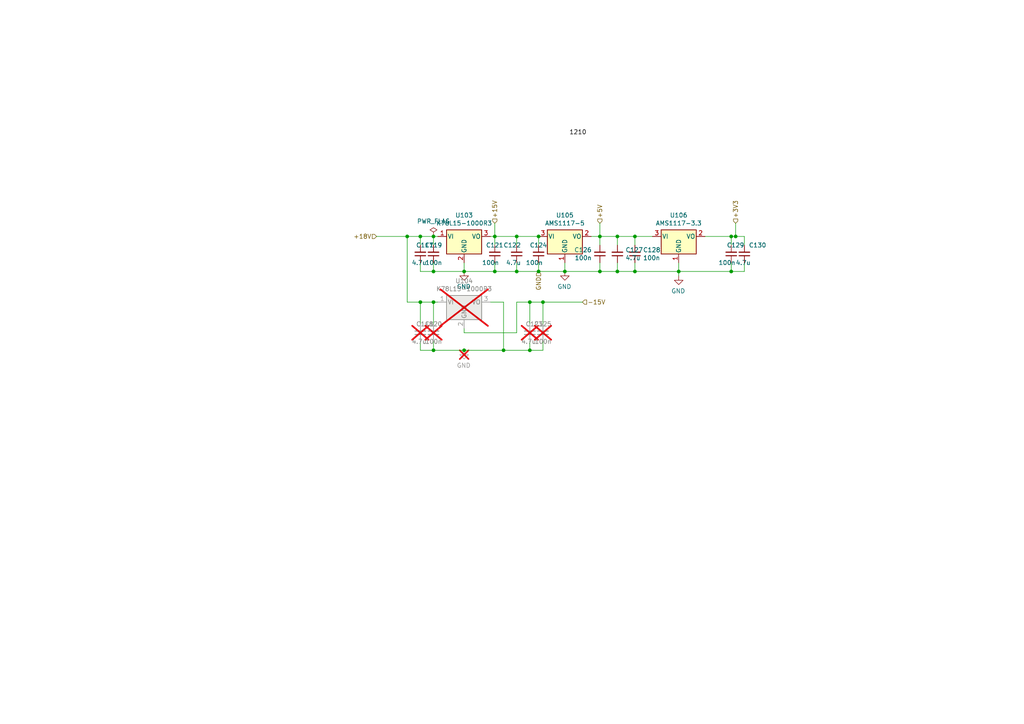
<source format=kicad_sch>
(kicad_sch (version 20231120) (generator "eeschema") (generator_version "8.0")
  (paper "A4")
  (lib_symbols
    (symbol "Device:C_Small" (pin_numbers hide) (pin_names (offset 0.254) hide)
      (property "Reference" "C" (at 0.254 1.778 0))
      (property "Value" "C_Small" (at 0.254 -2.032 0))
      (symbol "C_Small_0_1"
        (polyline (pts (xy -1.524 -0.508) (xy 1.524 -0.508)) (stroke (width 0.3302)))
        (polyline (pts (xy -1.524 0.508) (xy 1.524 0.508)) (stroke (width 0.3048)))
      )
      (symbol "C_Small_1_1"
        (pin passive line (at 0 2.54 270) (length 2.032) (name "~") (number "1"))
        (pin passive line (at 0 -2.54 90) (length 2.032) (name "~") (number "2"))
      )
    )
    (symbol "Regulator_Linear:AP1117-15" (pin_names (offset 0.254))
      (property "Reference" "U" (at -3.81 3.175 0))
      (property "Value" "AP1117-15" (at 0 3.175 0))
      (symbol "AP1117-15_0_1"
        (rectangle (start -5.08 -5.08) (end 5.08 1.905) (stroke (width 0.254)) (fill (type background)))
      )
      (symbol "AP1117-15_1_1"
        (pin power_in line (at 0 -7.62 90) (length 2.54) (name "GND") (number "1"))
        (pin power_out line (at 7.62 0 180) (length 2.54) (name "VO") (number "2"))
        (pin power_in line (at -7.62 0 0) (length 2.54) (name "VI") (number "3"))
      )
    )
    (symbol "Regulator_Linear:LM7805_TO220" (pin_names (offset 0.254))
      (property "Reference" "U" (at -3.81 3.175 0))
      (property "Value" "LM7805_TO220" (at 0 3.175 0))
      (symbol "LM7805_TO220_0_1"
        (rectangle (start -5.08 1.905) (end 5.08 -5.08) (stroke (width 0.254)) (fill (type background)))
      )
      (symbol "LM7805_TO220_1_1"
        (pin power_in line (at -7.62 0 0) (length 2.54) (name "VI") (number "1"))
        (pin power_in line (at 0 -7.62 90) (length 2.54) (name "GND") (number "2"))
        (pin power_out line (at 7.62 0 180) (length 2.54) (name "VO") (number "3"))
      )
    )
    (symbol "power:GND" (power) (pin_names (offset 0))
      (property "Value" "GND" (at 0 -3.81 0))
      (symbol "GND_0_1"
        (polyline (pts (xy 0 0) (xy 0 -1.27) (xy 1.27 -1.27) (xy 0 -2.54) (xy -1.27 -1.27) (xy 0 -1.27)))
      )
      (symbol "GND_1_1"
        (pin power_in line (at 0 0 270) (length 0) hide (name "GND") (number "1"))
      )
    )
    (symbol "power:PWR_FLAG" (power) (pin_numbers hide) (pin_names (offset 0) hide)
      (property "Value" "PWR_FLAG" (at 0 3.81 0))
      (symbol "PWR_FLAG_0_0"
        (pin power_out line (at 0 0 90) (length 0) (name "pwr") (number "1"))
      )
      (symbol "PWR_FLAG_0_1"
        (polyline (pts (xy 0 0) (xy 0 1.27) (xy -1.016 1.905) (xy 0 2.54) (xy 1.016 1.905) (xy 0 1.27)))
      )
    )
  )
  (junction (at 156.21 78.74))
  (junction (at 184.15 68.58))
  (junction (at 184.15 78.74))
  (junction (at 156.21 68.58))
  (junction (at 143.51 68.58))
  (junction (at 125.73 87.63))
  (junction (at 121.92 87.63))
  (junction (at 212.09 68.58))
  (junction (at 173.99 78.74))
  (junction (at 212.09 78.74))
  (junction (at 213.36 68.58))
  (junction (at 163.83 78.74))
  (junction (at 134.62 78.74))
  (junction (at 153.67 101.6))
  (junction (at 146.05 101.6))
  (junction (at 179.07 78.74))
  (junction (at 125.73 68.58))
  (junction (at 196.85 78.74))
  (junction (at 134.62 101.6))
  (junction (at 173.99 68.58))
  (junction (at 125.73 78.74))
  (junction (at 121.92 68.58))
  (junction (at 153.67 87.63))
  (junction (at 179.07 68.58))
  (junction (at 149.86 68.58))
  (junction (at 149.86 78.74))
  (junction (at 157.48 87.63))
  (junction (at 143.51 78.74))
  (junction (at 125.73 101.6))
  (junction (at 118.11 68.58))
  (wire (pts (xy 184.15 68.58) (xy 179.07 68.58)))
  (wire (pts (xy 213.36 68.58) (xy 212.09 68.58)))
  (wire (pts (xy 121.92 68.58) (xy 118.11 68.58)))
  (wire (pts (xy 149.86 96.52) (xy 149.86 87.63)))
  (wire (pts (xy 157.48 87.63) (xy 168.91 87.63)))
  (wire (pts (xy 173.99 71.12) (xy 173.99 68.58)))
  (wire (pts (xy 125.73 78.74) (xy 134.62 78.74)))
  (wire (pts (xy 153.67 87.63) (xy 153.67 93.98)))
  (wire (pts (xy 156.21 76.2) (xy 156.21 78.74)))
  (wire (pts (xy 196.85 78.74) (xy 212.09 78.74)))
  (wire (pts (xy 121.92 87.63) (xy 121.92 93.98)))
  (wire (pts (xy 143.51 71.12) (xy 143.51 68.58)))
  (wire (pts (xy 142.24 87.63) (xy 146.05 87.63)))
  (wire (pts (xy 196.85 78.74) (xy 196.85 76.2)))
  (wire (pts (xy 173.99 64.77) (xy 173.99 68.58)))
  (wire (pts (xy 184.15 78.74) (xy 179.07 78.74)))
  (wire (pts (xy 125.73 71.12) (xy 125.73 68.58)))
  (wire (pts (xy 149.86 78.74) (xy 156.21 78.74)))
  (wire (pts (xy 125.73 101.6) (xy 134.62 101.6)))
  (wire (pts (xy 215.9 76.2) (xy 215.9 78.74)))
  (wire (pts (xy 125.73 68.58) (xy 121.92 68.58)))
  (wire (pts (xy 121.92 78.74) (xy 121.92 76.2)))
  (wire (pts (xy 149.86 78.74) (xy 143.51 78.74)))
  (wire (pts (xy 121.92 99.06) (xy 121.92 101.6)))
  (wire (pts (xy 184.15 71.12) (xy 184.15 68.58)))
  (wire (pts (xy 146.05 101.6) (xy 134.62 101.6)))
  (wire (pts (xy 134.62 96.52) (xy 134.62 95.25)))
  (wire (pts (xy 125.73 87.63) (xy 127 87.63)))
  (wire (pts (xy 173.99 76.2) (xy 173.99 78.74)))
  (wire (pts (xy 143.51 78.74) (xy 134.62 78.74)))
  (wire (pts (xy 118.11 87.63) (xy 121.92 87.63)))
  (wire (pts (xy 125.73 76.2) (xy 125.73 78.74)))
  (wire (pts (xy 171.45 68.58) (xy 173.99 68.58)))
  (wire (pts (xy 179.07 78.74) (xy 173.99 78.74)))
  (wire (pts (xy 157.48 87.63) (xy 157.48 93.98)))
  (wire (pts (xy 143.51 64.77) (xy 143.51 68.58)))
  (wire (pts (xy 157.48 99.06) (xy 157.48 101.6)))
  (wire (pts (xy 149.86 87.63) (xy 153.67 87.63)))
  (wire (pts (xy 215.9 78.74) (xy 212.09 78.74)))
  (wire (pts (xy 212.09 71.12) (xy 212.09 68.58)))
  (wire (pts (xy 149.86 71.12) (xy 149.86 68.58)))
  (wire (pts (xy 212.09 78.74) (xy 212.09 76.2)))
  (wire (pts (xy 179.07 68.58) (xy 173.99 68.58)))
  (wire (pts (xy 189.23 68.58) (xy 184.15 68.58)))
  (wire (pts (xy 184.15 76.2) (xy 184.15 78.74)))
  (wire (pts (xy 143.51 68.58) (xy 142.24 68.58)))
  (wire (pts (xy 149.86 76.2) (xy 149.86 78.74)))
  (wire (pts (xy 149.86 68.58) (xy 143.51 68.58)))
  (wire (pts (xy 196.85 78.74) (xy 184.15 78.74)))
  (wire (pts (xy 157.48 101.6) (xy 153.67 101.6)))
  (wire (pts (xy 134.62 96.52) (xy 149.86 96.52)))
  (wire (pts (xy 215.9 68.58) (xy 213.36 68.58)))
  (wire (pts (xy 156.21 78.74) (xy 163.83 78.74)))
  (wire (pts (xy 121.92 71.12) (xy 121.92 68.58)))
  (wire (pts (xy 118.11 68.58) (xy 109.22 68.58)))
  (wire (pts (xy 153.67 99.06) (xy 153.67 101.6)))
  (wire (pts (xy 153.67 87.63) (xy 157.48 87.63)))
  (wire (pts (xy 127 68.58) (xy 125.73 68.58)))
  (wire (pts (xy 156.21 68.58) (xy 149.86 68.58)))
  (wire (pts (xy 121.92 87.63) (xy 125.73 87.63)))
  (wire (pts (xy 213.36 64.77) (xy 213.36 68.58)))
  (wire (pts (xy 215.9 71.12) (xy 215.9 68.58)))
  (wire (pts (xy 196.85 80.01) (xy 196.85 78.74)))
  (wire (pts (xy 173.99 78.74) (xy 163.83 78.74)))
  (wire (pts (xy 143.51 76.2) (xy 143.51 78.74)))
  (wire (pts (xy 146.05 87.63) (xy 146.05 101.6)))
  (wire (pts (xy 134.62 78.74) (xy 134.62 76.2)))
  (wire (pts (xy 121.92 101.6) (xy 125.73 101.6)))
  (wire (pts (xy 204.47 68.58) (xy 212.09 68.58)))
  (wire (pts (xy 163.83 76.2) (xy 163.83 78.74)))
  (wire (pts (xy 156.21 71.12) (xy 156.21 68.58)))
  (wire (pts (xy 179.07 71.12) (xy 179.07 68.58)))
  (wire (pts (xy 179.07 76.2) (xy 179.07 78.74)))
  (wire (pts (xy 125.73 99.06) (xy 125.73 101.6)))
  (wire (pts (xy 118.11 68.58) (xy 118.11 87.63)))
  (wire (pts (xy 153.67 101.6) (xy 146.05 101.6)))
  (wire (pts (xy 125.73 78.74) (xy 121.92 78.74)))
  (wire (pts (xy 125.73 87.63) (xy 125.73 93.98)))
  (label "1210" (at 165.1 39.37 0))
  (hierarchical_label "+15V" (shape input) (at 143.51 64.77 90))
  (hierarchical_label "GND" (shape input) (at 156.21 78.74 270))
  (hierarchical_label "+5V" (shape input) (at 173.99 64.77 90))
  (hierarchical_label "-15V" (shape input) (at 168.91 87.63 0))
  (hierarchical_label "+18V" (shape input) (at 109.22 68.58 180))
  (hierarchical_label "+3V3" (shape input) (at 213.36 64.77 90))
  (symbol (lib_id "Device:C_Small") (at 125.73 73.66 0) (mirror x) (unit 1)
    (property "Reference" "C119" (at 128.27 71.12 0) (effects (justify right)))
    (property "Value" "100n" (at 128.27 76.2 0) (effects (justify right)))
    (property "Footprint" "Capacitor_SMD:C_0603_1608Metric_Pad1.08x0.95mm_HandSolder" (effects (hide yes)))
  )
  (symbol (lib_id "Device:C_Small") (at 173.99 73.66 0) (mirror x) (unit 1)
    (property "Reference" "C126" (at 171.6532 72.4916 0) (effects (justify right)))
    (property "Value" "100n" (at 171.6532 74.803 0) (effects (justify right)))
    (property "Footprint" "Capacitor_SMD:C_0603_1608Metric_Pad1.08x0.95mm_HandSolder" (effects (hide yes)))
  )
  (symbol (lib_id "Device:C_Small") (at 156.21 73.66 0) (mirror x) (unit 1)
    (property "Reference" "C124" (at 158.75 71.12 0) (effects (justify right)))
    (property "Value" "100n" (at 157.48 76.2 0) (effects (justify right)))
    (property "Footprint" "Capacitor_SMD:C_0603_1608Metric_Pad1.08x0.95mm_HandSolder" (effects (hide yes)))
  )
  (symbol (lib_id "power:GND") (at 196.85 80.01 0) (mirror y) (unit 1)
    (property "Reference" "#PWR0138" (effects (hide yes)))
    (property "Value" "GND" (at 196.723 84.4042 0))
  )
  (symbol (lib_id "Device:C_Small") (at 153.67 96.52 180) (unit 1) (dnp yes)
    (property "Reference" "C123" (at 152.4 93.98 0) (effects (justify right)))
    (property "Value" "4.7u" (at 151.13 99.06 0) (effects (justify right)))
    (property "Footprint" "Capacitor_SMD:C_1206_3216Metric_Pad1.33x1.80mm_HandSolder" (effects (hide yes)))
  )
  (symbol (lib_id "Device:C_Small") (at 184.15 73.66 180) (unit 1)
    (property "Reference" "C128" (at 186.4868 72.4916 0) (effects (justify right)))
    (property "Value" "100n" (at 186.4868 74.803 0) (effects (justify right)))
    (property "Footprint" "Capacitor_SMD:C_0603_1608Metric_Pad1.08x0.95mm_HandSolder" (effects (hide yes)))
  )
  (symbol (lib_id "power:GND") (at 163.83 78.74 0) (mirror y) (unit 1)
    (property "Reference" "#PWR0137" (effects (hide yes)))
    (property "Value" "GND" (at 163.703 83.1342 0))
  )
  (symbol (lib_id "power:GND") (at 134.62 101.6 0) (mirror y) (unit 1) (dnp yes)
    (property "Reference" "#PWR0136" (effects (hide yes)))
    (property "Value" "GND" (at 134.493 105.9942 0))
  )
  (symbol (lib_id "Device:C_Small") (at 157.48 96.52 0) (mirror x) (unit 1) (dnp yes)
    (property "Reference" "C125" (at 160.02 93.98 0) (effects (justify right)))
    (property "Value" "100n" (at 160.02 99.06 0) (effects (justify right)))
    (property "Footprint" "Capacitor_SMD:C_0603_1608Metric_Pad1.08x0.95mm_HandSolder" (effects (hide yes)))
  )
  (symbol (lib_id "Device:C_Small") (at 149.86 73.66 0) (mirror x) (unit 1)
    (property "Reference" "C122" (at 151.13 71.12 0) (effects (justify right)))
    (property "Value" "4.7u" (at 151.13 76.2 0) (effects (justify right)))
    (property "Footprint" "Capacitor_SMD:C_1206_3216Metric_Pad1.33x1.80mm_HandSolder" (effects (hide yes)))
  )
  (symbol (lib_id "Device:C_Small") (at 179.07 73.66 180) (unit 1)
    (property "Reference" "C127" (at 181.4068 72.4916 0) (effects (justify right)))
    (property "Value" "4.7u" (at 181.4068 74.803 0) (effects (justify right)))
    (property "Footprint" "Capacitor_SMD:C_1206_3216Metric_Pad1.33x1.80mm_HandSolder" (effects (hide yes)))
  )
  (symbol (lib_id "Regulator_Linear:AP1117-15") (at 163.83 68.58 0) (unit 1)
    (property "Reference" "U105" (at 163.83 62.4332 0))
    (property "Value" "AMS1117-5" (at 163.83 64.7446 0))
    (property "Footprint" "Package_TO_SOT_SMD:SOT-223-3_TabPin2" (effects (hide yes)))
  )
  (symbol (lib_id "Regulator_Linear:LM7805_TO220") (at 134.62 68.58 0) (unit 1)
    (property "Reference" "U103" (at 134.62 62.4332 0))
    (property "Value" "K78L15-1000R3" (at 134.62 64.7446 0))
    (property "Footprint" "KicadZeniteSolarLibrary18:TO-220-3_Horizontal_Tabless_SMD" (effects (hide yes)))
    (property "Datasheet" "https://www.onsemi.cn/PowerSolutions/document/MC7800-D.PDF" (effects (hide yes)))
  )
  (symbol (lib_id "Device:C_Small") (at 121.92 96.52 180) (unit 1) (dnp yes)
    (property "Reference" "C118" (at 120.65 93.98 0) (effects (justify right)))
    (property "Value" "4.7u" (at 119.38 99.06 0) (effects (justify right)))
    (property "Footprint" "Capacitor_SMD:C_1206_3216Metric_Pad1.33x1.80mm_HandSolder" (effects (hide yes)))
  )
  (symbol (lib_id "Device:C_Small") (at 215.9 73.66 180) (unit 1)
    (property "Reference" "C130" (at 217.17 71.12 0) (effects (justify right)))
    (property "Value" "4.7u" (at 213.36 76.2 0) (effects (justify right)))
    (property "Footprint" "Capacitor_SMD:C_1206_3216Metric_Pad1.33x1.80mm_HandSolder" (effects (hide yes)))
  )
  (symbol (lib_id "Device:C_Small") (at 121.92 73.66 180) (unit 1)
    (property "Reference" "C117" (at 120.65 71.12 0) (effects (justify right)))
    (property "Value" "4.7u" (at 119.38 76.2 0) (effects (justify right)))
    (property "Footprint" "Capacitor_SMD:C_1206_3216Metric_Pad1.33x1.80mm_HandSolder" (effects (hide yes)))
  )
  (symbol (lib_id "power:PWR_FLAG") (at 125.73 68.58 0) (mirror y) (unit 1)
    (property "Reference" "#FLG0101" (effects (hide yes)))
    (property "Value" "PWR_FLAG" (at 125.73 64.1858 0))
  )
  (symbol (lib_id "power:GND") (at 134.62 78.74 0) (mirror y) (unit 1)
    (property "Reference" "#PWR0135" (effects (hide yes)))
    (property "Value" "GND" (at 134.493 83.1342 0))
  )
  (symbol (lib_id "Device:C_Small") (at 143.51 73.66 0) (mirror x) (unit 1)
    (property "Reference" "C121" (at 146.05 71.12 0) (effects (justify right)))
    (property "Value" "100n" (at 144.78 76.2 0) (effects (justify right)))
    (property "Footprint" "Capacitor_SMD:C_0603_1608Metric_Pad1.08x0.95mm_HandSolder" (effects (hide yes)))
  )
  (symbol (lib_id "Regulator_Linear:LM7805_TO220") (at 134.62 87.63 0) (unit 1) (dnp yes)
    (property "Reference" "U104" (at 134.62 81.4832 0))
    (property "Value" "K78L15-1000R3" (at 134.62 83.7946 0))
    (property "Footprint" "KicadZeniteSolarLibrary18:TO-220-3_Horizontal_Tabless_SMD" (effects (hide yes)))
    (property "Datasheet" "https://www.onsemi.cn/PowerSolutions/document/MC7800-D.PDF" (effects (hide yes)))
  )
  (symbol (lib_id "Device:C_Small") (at 125.73 96.52 0) (mirror x) (unit 1) (dnp yes)
    (property "Reference" "C120" (at 128.27 93.98 0) (effects (justify right)))
    (property "Value" "100n" (at 128.27 99.06 0) (effects (justify right)))
    (property "Footprint" "Capacitor_SMD:C_0603_1608Metric_Pad1.08x0.95mm_HandSolder" (effects (hide yes)))
  )
  (symbol (lib_id "Device:C_Small") (at 212.09 73.66 0) (mirror x) (unit 1)
    (property "Reference" "C129" (at 215.9 71.12 0) (effects (justify right)))
    (property "Value" "100n" (at 213.36 76.2 0) (effects (justify right)))
    (property "Footprint" "Capacitor_SMD:C_0603_1608Metric_Pad1.08x0.95mm_HandSolder" (effects (hide yes)))
  )
  (symbol (lib_id "Regulator_Linear:AP1117-15") (at 196.85 68.58 0) (unit 1)
    (property "Reference" "U106" (at 196.85 62.4332 0))
    (property "Value" "AMS1117-3.3" (at 196.85 64.7446 0))
    (property "Footprint" "Package_TO_SOT_SMD:SOT-223-3_TabPin2" (effects (hide yes)))
  )
)
</source>
